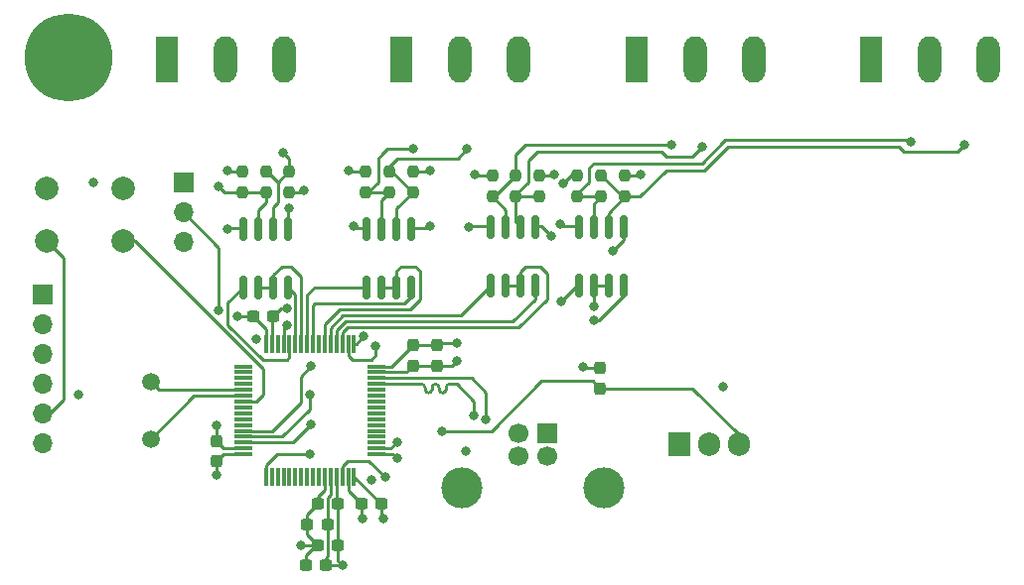
<source format=gtl>
G04 #@! TF.GenerationSoftware,KiCad,Pcbnew,(6.0.1)*
G04 #@! TF.CreationDate,2022-08-11T12:27:20+02:00*
G04 #@! TF.ProjectId,DMX,444d582e-6b69-4636-9164-5f7063625858,rev?*
G04 #@! TF.SameCoordinates,Original*
G04 #@! TF.FileFunction,Copper,L1,Top*
G04 #@! TF.FilePolarity,Positive*
%FSLAX46Y46*%
G04 Gerber Fmt 4.6, Leading zero omitted, Abs format (unit mm)*
G04 Created by KiCad (PCBNEW (6.0.1)) date 2022-08-11 12:27:20*
%MOMM*%
%LPD*%
G01*
G04 APERTURE LIST*
G04 Aperture macros list*
%AMRoundRect*
0 Rectangle with rounded corners*
0 $1 Rounding radius*
0 $2 $3 $4 $5 $6 $7 $8 $9 X,Y pos of 4 corners*
0 Add a 4 corners polygon primitive as box body*
4,1,4,$2,$3,$4,$5,$6,$7,$8,$9,$2,$3,0*
0 Add four circle primitives for the rounded corners*
1,1,$1+$1,$2,$3*
1,1,$1+$1,$4,$5*
1,1,$1+$1,$6,$7*
1,1,$1+$1,$8,$9*
0 Add four rect primitives between the rounded corners*
20,1,$1+$1,$2,$3,$4,$5,0*
20,1,$1+$1,$4,$5,$6,$7,0*
20,1,$1+$1,$6,$7,$8,$9,0*
20,1,$1+$1,$8,$9,$2,$3,0*%
G04 Aperture macros list end*
G04 #@! TA.AperFunction,SMDPad,CuDef*
%ADD10RoundRect,0.237500X-0.237500X0.250000X-0.237500X-0.250000X0.237500X-0.250000X0.237500X0.250000X0*%
G04 #@! TD*
G04 #@! TA.AperFunction,SMDPad,CuDef*
%ADD11RoundRect,0.237500X0.237500X-0.250000X0.237500X0.250000X-0.237500X0.250000X-0.237500X-0.250000X0*%
G04 #@! TD*
G04 #@! TA.AperFunction,ComponentPad*
%ADD12R,1.980000X3.960000*%
G04 #@! TD*
G04 #@! TA.AperFunction,ComponentPad*
%ADD13O,1.980000X3.960000*%
G04 #@! TD*
G04 #@! TA.AperFunction,SMDPad,CuDef*
%ADD14RoundRect,0.237500X0.237500X-0.300000X0.237500X0.300000X-0.237500X0.300000X-0.237500X-0.300000X0*%
G04 #@! TD*
G04 #@! TA.AperFunction,SMDPad,CuDef*
%ADD15RoundRect,0.237500X-0.300000X-0.237500X0.300000X-0.237500X0.300000X0.237500X-0.300000X0.237500X0*%
G04 #@! TD*
G04 #@! TA.AperFunction,ComponentPad*
%ADD16R,1.700000X1.700000*%
G04 #@! TD*
G04 #@! TA.AperFunction,ComponentPad*
%ADD17O,1.700000X1.700000*%
G04 #@! TD*
G04 #@! TA.AperFunction,ComponentPad*
%ADD18C,1.700000*%
G04 #@! TD*
G04 #@! TA.AperFunction,ComponentPad*
%ADD19C,3.500000*%
G04 #@! TD*
G04 #@! TA.AperFunction,ComponentPad*
%ADD20C,2.000000*%
G04 #@! TD*
G04 #@! TA.AperFunction,SMDPad,CuDef*
%ADD21RoundRect,0.237500X0.300000X0.237500X-0.300000X0.237500X-0.300000X-0.237500X0.300000X-0.237500X0*%
G04 #@! TD*
G04 #@! TA.AperFunction,SMDPad,CuDef*
%ADD22RoundRect,0.150000X0.150000X-0.825000X0.150000X0.825000X-0.150000X0.825000X-0.150000X-0.825000X0*%
G04 #@! TD*
G04 #@! TA.AperFunction,SMDPad,CuDef*
%ADD23RoundRect,0.075000X-0.700000X-0.075000X0.700000X-0.075000X0.700000X0.075000X-0.700000X0.075000X0*%
G04 #@! TD*
G04 #@! TA.AperFunction,SMDPad,CuDef*
%ADD24RoundRect,0.075000X-0.075000X-0.700000X0.075000X-0.700000X0.075000X0.700000X-0.075000X0.700000X0*%
G04 #@! TD*
G04 #@! TA.AperFunction,ComponentPad*
%ADD25C,1.500000*%
G04 #@! TD*
G04 #@! TA.AperFunction,SMDPad,CuDef*
%ADD26RoundRect,0.237500X-0.237500X0.300000X-0.237500X-0.300000X0.237500X-0.300000X0.237500X0.300000X0*%
G04 #@! TD*
G04 #@! TA.AperFunction,ComponentPad*
%ADD27R,1.905000X2.000000*%
G04 #@! TD*
G04 #@! TA.AperFunction,ComponentPad*
%ADD28O,1.905000X2.000000*%
G04 #@! TD*
G04 #@! TA.AperFunction,ComponentPad*
%ADD29C,7.500000*%
G04 #@! TD*
G04 #@! TA.AperFunction,ViaPad*
%ADD30C,0.800000*%
G04 #@! TD*
G04 #@! TA.AperFunction,Conductor*
%ADD31C,0.250000*%
G04 #@! TD*
G04 APERTURE END LIST*
D10*
X74550000Y-92437500D03*
X74550000Y-94262500D03*
D11*
X61750000Y-93912500D03*
X61750000Y-92087500D03*
D12*
X104800000Y-82500000D03*
D13*
X109800000Y-82500000D03*
X114800000Y-82500000D03*
D12*
X84800000Y-82500000D03*
D13*
X89800000Y-82500000D03*
X94800000Y-82500000D03*
D12*
X64800000Y-82500000D03*
D13*
X69800000Y-82500000D03*
X74800000Y-82500000D03*
D14*
X65750000Y-108662500D03*
X65750000Y-106937500D03*
D15*
X57637500Y-120500000D03*
X59362500Y-120500000D03*
D11*
X65750000Y-93912500D03*
X65750000Y-92087500D03*
D16*
X34200000Y-102650000D03*
D17*
X34200000Y-105190000D03*
X34200000Y-107730000D03*
X34200000Y-110270000D03*
X34200000Y-112810000D03*
X34200000Y-115350000D03*
D12*
X44800000Y-82500000D03*
D13*
X49800000Y-82500000D03*
X54800000Y-82500000D03*
D14*
X67800000Y-108662500D03*
X67800000Y-106937500D03*
D16*
X77250000Y-114422500D03*
D18*
X74750000Y-114422500D03*
X74750000Y-116422500D03*
X77250000Y-116422500D03*
D19*
X82020000Y-119132500D03*
X69980000Y-119132500D03*
D11*
X81800000Y-94262500D03*
X81800000Y-92437500D03*
D20*
X34550000Y-93550000D03*
X41050000Y-93550000D03*
X34550000Y-98050000D03*
X41050000Y-98050000D03*
D21*
X53862500Y-104500000D03*
X52137500Y-104500000D03*
D14*
X81750000Y-110612500D03*
X81750000Y-108887500D03*
D22*
X72395000Y-101825000D03*
X73665000Y-101825000D03*
X74935000Y-101825000D03*
X76205000Y-101825000D03*
X76205000Y-96875000D03*
X74935000Y-96875000D03*
X73665000Y-96875000D03*
X72395000Y-96875000D03*
D23*
X51325000Y-108750000D03*
X51325000Y-109250000D03*
X51325000Y-109750000D03*
X51325000Y-110250000D03*
X51325000Y-110750000D03*
X51325000Y-111250000D03*
X51325000Y-111750000D03*
X51325000Y-112250000D03*
X51325000Y-112750000D03*
X51325000Y-113250000D03*
X51325000Y-113750000D03*
X51325000Y-114250000D03*
X51325000Y-114750000D03*
X51325000Y-115250000D03*
X51325000Y-115750000D03*
X51325000Y-116250000D03*
D24*
X53250000Y-118175000D03*
X53750000Y-118175000D03*
X54250000Y-118175000D03*
X54750000Y-118175000D03*
X55250000Y-118175000D03*
X55750000Y-118175000D03*
X56250000Y-118175000D03*
X56750000Y-118175000D03*
X57250000Y-118175000D03*
X57750000Y-118175000D03*
X58250000Y-118175000D03*
X58750000Y-118175000D03*
X59250000Y-118175000D03*
X59750000Y-118175000D03*
X60250000Y-118175000D03*
X60750000Y-118175000D03*
D23*
X62675000Y-116250000D03*
X62675000Y-115750000D03*
X62675000Y-115250000D03*
X62675000Y-114750000D03*
X62675000Y-114250000D03*
X62675000Y-113750000D03*
X62675000Y-113250000D03*
X62675000Y-112750000D03*
X62675000Y-112250000D03*
X62675000Y-111750000D03*
X62675000Y-111250000D03*
X62675000Y-110750000D03*
X62675000Y-110250000D03*
X62675000Y-109750000D03*
X62675000Y-109250000D03*
X62675000Y-108750000D03*
D24*
X60750000Y-106825000D03*
X60250000Y-106825000D03*
X59750000Y-106825000D03*
X59250000Y-106825000D03*
X58750000Y-106825000D03*
X58250000Y-106825000D03*
X57750000Y-106825000D03*
X57250000Y-106825000D03*
X56750000Y-106825000D03*
X56250000Y-106825000D03*
X55750000Y-106825000D03*
X55250000Y-106825000D03*
X54750000Y-106825000D03*
X54250000Y-106825000D03*
X53750000Y-106825000D03*
X53250000Y-106825000D03*
D15*
X61387500Y-120500000D03*
X63112500Y-120500000D03*
D10*
X55250000Y-92087500D03*
X55250000Y-93912500D03*
D21*
X58499266Y-122230094D03*
X56774266Y-122230094D03*
D11*
X63750000Y-93912500D03*
X63750000Y-92087500D03*
D21*
X58362500Y-125750000D03*
X56637500Y-125750000D03*
D11*
X79800000Y-94262500D03*
X79800000Y-92437500D03*
D22*
X61845000Y-101975000D03*
X63115000Y-101975000D03*
X64385000Y-101975000D03*
X65655000Y-101975000D03*
X65655000Y-97025000D03*
X64385000Y-97025000D03*
X63115000Y-97025000D03*
X61845000Y-97025000D03*
D25*
X43400000Y-110050000D03*
X43400000Y-114950000D03*
D10*
X83800000Y-92437500D03*
X83800000Y-94262500D03*
D11*
X72550000Y-94262500D03*
X72550000Y-92437500D03*
X51250000Y-93912500D03*
X51250000Y-92087500D03*
D26*
X49000000Y-115137500D03*
X49000000Y-116862500D03*
D15*
X57637500Y-124000000D03*
X59362500Y-124000000D03*
D10*
X76550000Y-92437500D03*
X76550000Y-94262500D03*
D22*
X79895000Y-101825000D03*
X81165000Y-101825000D03*
X82435000Y-101825000D03*
X83705000Y-101825000D03*
X83705000Y-96875000D03*
X82435000Y-96875000D03*
X81165000Y-96875000D03*
X79895000Y-96875000D03*
X51345000Y-101975000D03*
X52615000Y-101975000D03*
X53885000Y-101975000D03*
X55155000Y-101975000D03*
X55155000Y-97025000D03*
X53885000Y-97025000D03*
X52615000Y-97025000D03*
X51345000Y-97025000D03*
D11*
X53250000Y-93912500D03*
X53250000Y-92087500D03*
D27*
X88460000Y-115430000D03*
D28*
X91000000Y-115430000D03*
X93540000Y-115430000D03*
D16*
X46200000Y-93075000D03*
D17*
X46200000Y-95615000D03*
X46200000Y-98155000D03*
D29*
X36400000Y-82400000D03*
D30*
X68250000Y-114250000D03*
X69500000Y-108250000D03*
X70250000Y-116000000D03*
X60250000Y-92000000D03*
X62200000Y-118400000D03*
X82800000Y-98850000D03*
X92250000Y-110475000D03*
X56250000Y-124000000D03*
X61500000Y-121750000D03*
X77550000Y-97600000D03*
X80250000Y-108750000D03*
X37300000Y-111125000D03*
X50000000Y-92000000D03*
X78550000Y-93100000D03*
X67250000Y-96750000D03*
X55000000Y-103800000D03*
X55250000Y-95250000D03*
X71050000Y-92350000D03*
X49000000Y-113750000D03*
X62600000Y-107000000D03*
X78300000Y-96600000D03*
X56500000Y-93750000D03*
X60750000Y-96750000D03*
X38550000Y-93050000D03*
X49000000Y-118000000D03*
X70550000Y-96850000D03*
X77800000Y-92350000D03*
X85200000Y-92400000D03*
X50000000Y-97000000D03*
X52400000Y-106400000D03*
X50800000Y-104500000D03*
X69500000Y-106750000D03*
X67250000Y-92000000D03*
X63250000Y-121750000D03*
X59750000Y-125750000D03*
X90400000Y-90000000D03*
X87800000Y-89800000D03*
X112800000Y-89800000D03*
X108200000Y-89600000D03*
X54700000Y-90500000D03*
X49200000Y-93400000D03*
X70400000Y-90200000D03*
X65800000Y-90200000D03*
X61600000Y-106200000D03*
X55000000Y-105200000D03*
X49186759Y-104000000D03*
X72000000Y-113250000D03*
X70989613Y-112933071D03*
X63400000Y-118200000D03*
X81200000Y-104800000D03*
X64400000Y-116600000D03*
X78400000Y-103200000D03*
X64400000Y-115200000D03*
X81200000Y-103600000D03*
X57100000Y-108700000D03*
X57000000Y-111200000D03*
X57100000Y-113700000D03*
X57000000Y-116200000D03*
D31*
X76750000Y-110000000D02*
X81137500Y-110000000D01*
X93540000Y-114540000D02*
X93540000Y-115430000D01*
X72500000Y-114250000D02*
X76750000Y-110000000D01*
X81137500Y-110000000D02*
X81750000Y-110612500D01*
X68250000Y-114250000D02*
X72500000Y-114250000D01*
X89612500Y-110612500D02*
X93540000Y-114540000D01*
X81750000Y-110612500D02*
X89612500Y-110612500D01*
X67800000Y-108662500D02*
X69087500Y-108662500D01*
X65750000Y-108662500D02*
X67800000Y-108662500D01*
X55155000Y-96925000D02*
X55155000Y-95345000D01*
X55155000Y-95345000D02*
X55250000Y-95250000D01*
X71050000Y-92350000D02*
X71137500Y-92437500D01*
X71137500Y-92437500D02*
X72550000Y-92437500D01*
X54562500Y-103800000D02*
X53862500Y-104500000D01*
X57637500Y-124000000D02*
X56250000Y-124000000D01*
X60337500Y-92087500D02*
X60250000Y-92000000D01*
X57637500Y-119862500D02*
X57637500Y-120500000D01*
X56774266Y-123136766D02*
X57637500Y-124000000D01*
X79800000Y-92437500D02*
X79212500Y-92437500D01*
X49000000Y-115137500D02*
X49000000Y-113750000D01*
X61387500Y-121637500D02*
X61500000Y-121750000D01*
X65655000Y-96925000D02*
X67075000Y-96925000D01*
X57637500Y-124000000D02*
X57500000Y-124000000D01*
X51250000Y-92087500D02*
X50087500Y-92087500D01*
X53750000Y-106825000D02*
X53750000Y-104612500D01*
X58250000Y-118175000D02*
X58250000Y-119250000D01*
X56774266Y-121363234D02*
X57637500Y-120500000D01*
X60250000Y-118175000D02*
X60250000Y-119362500D01*
X83705000Y-97945000D02*
X83705000Y-96775000D01*
X60250000Y-119362500D02*
X61387500Y-120500000D01*
X51325000Y-115750000D02*
X49612500Y-115750000D01*
X56774266Y-122230094D02*
X56774266Y-121363234D01*
X55000000Y-103800000D02*
X54562500Y-103800000D01*
X67075000Y-96925000D02*
X67250000Y-96750000D01*
X76725000Y-96775000D02*
X77550000Y-97600000D01*
X81750000Y-108887500D02*
X80387500Y-108887500D01*
X62675000Y-109250000D02*
X65162500Y-109250000D01*
X69087500Y-108662500D02*
X69500000Y-108250000D01*
X65162500Y-109250000D02*
X65750000Y-108662500D01*
X76205000Y-96775000D02*
X76725000Y-96775000D01*
X53750000Y-104612500D02*
X53862500Y-104500000D01*
X56774266Y-122230094D02*
X56774266Y-123136766D01*
X79212500Y-92437500D02*
X78550000Y-93100000D01*
X58250000Y-119250000D02*
X57637500Y-119862500D01*
X80387500Y-108887500D02*
X80250000Y-108750000D01*
X49612500Y-115750000D02*
X49000000Y-115137500D01*
X56637500Y-124862500D02*
X56637500Y-125750000D01*
X82800000Y-98850000D02*
X83705000Y-97945000D01*
X50087500Y-92087500D02*
X50000000Y-92000000D01*
X61387500Y-120500000D02*
X61387500Y-121637500D01*
X61750000Y-92087500D02*
X60337500Y-92087500D01*
X57500000Y-124000000D02*
X56637500Y-124862500D01*
X34550000Y-98050000D02*
X36000000Y-99500000D01*
X36000000Y-99500000D02*
X36000000Y-111600000D01*
X42050000Y-98050000D02*
X41050000Y-98050000D01*
X34790000Y-112810000D02*
X34200000Y-112810000D01*
X36000000Y-111600000D02*
X34790000Y-112810000D01*
X53000000Y-109000000D02*
X42050000Y-98050000D01*
X53000000Y-111200000D02*
X53000000Y-109000000D01*
X51325000Y-111750000D02*
X52450000Y-111750000D01*
X52450000Y-111750000D02*
X53000000Y-111200000D01*
X62600000Y-107800000D02*
X62200000Y-108200000D01*
X60250000Y-107850000D02*
X60250000Y-106825000D01*
X60600000Y-108200000D02*
X60250000Y-107850000D01*
X62600000Y-107000000D02*
X62600000Y-107800000D01*
X62200000Y-108200000D02*
X60600000Y-108200000D01*
X43400000Y-110050000D02*
X44100000Y-110750000D01*
X44100000Y-110750000D02*
X51325000Y-110750000D01*
X47100000Y-111250000D02*
X43400000Y-114950000D01*
X51325000Y-111250000D02*
X47100000Y-111250000D01*
X65750000Y-106937500D02*
X67800000Y-106937500D01*
X51325000Y-116250000D02*
X49612500Y-116250000D01*
X53250000Y-105612500D02*
X52137500Y-104500000D01*
X50075000Y-96925000D02*
X50000000Y-97000000D01*
X78475000Y-96775000D02*
X78300000Y-96600000D01*
X56337500Y-93912500D02*
X56500000Y-93750000D01*
X53250000Y-106825000D02*
X53250000Y-105612500D01*
X72395000Y-96775000D02*
X70625000Y-96775000D01*
X52137500Y-104500000D02*
X50800000Y-104500000D01*
X76550000Y-92437500D02*
X77712500Y-92437500D01*
X63112500Y-121612500D02*
X63250000Y-121750000D01*
X63112500Y-120500000D02*
X63112500Y-121612500D01*
X59362500Y-124000000D02*
X59362500Y-125362500D01*
X49000000Y-116862500D02*
X49000000Y-118000000D01*
X63937500Y-108750000D02*
X65750000Y-106937500D01*
X79895000Y-96775000D02*
X78475000Y-96775000D01*
X85162500Y-92437500D02*
X85200000Y-92400000D01*
X60925000Y-96925000D02*
X60750000Y-96750000D01*
X58362500Y-125750000D02*
X59750000Y-125750000D01*
X49612500Y-116250000D02*
X49000000Y-116862500D01*
X55250000Y-93912500D02*
X56337500Y-93912500D01*
X59250000Y-118175000D02*
X59250000Y-120387500D01*
X58500000Y-120000000D02*
X58500000Y-122229360D01*
X51345000Y-96925000D02*
X50075000Y-96925000D01*
X58500000Y-122229360D02*
X58499266Y-122230094D01*
X63075000Y-120500000D02*
X63112500Y-120500000D01*
X58362500Y-125137500D02*
X58500000Y-125000000D01*
X60750000Y-118175000D02*
X63075000Y-120500000D01*
X58362500Y-125750000D02*
X58362500Y-125137500D01*
X70625000Y-96775000D02*
X70550000Y-96850000D01*
X67800000Y-106937500D02*
X67987500Y-106750000D01*
X58500000Y-125000000D02*
X58500000Y-122230828D01*
X67987500Y-106750000D02*
X69500000Y-106750000D01*
X58750000Y-119750000D02*
X58500000Y-120000000D01*
X65750000Y-92087500D02*
X67162500Y-92087500D01*
X58500000Y-122230828D02*
X58499266Y-122230094D01*
X62675000Y-108750000D02*
X63937500Y-108750000D01*
X59362500Y-125362500D02*
X59750000Y-125750000D01*
X67162500Y-92087500D02*
X67250000Y-92000000D01*
X83800000Y-92437500D02*
X85162500Y-92437500D01*
X59250000Y-120387500D02*
X59362500Y-120500000D01*
X61845000Y-96925000D02*
X60925000Y-96925000D01*
X77712500Y-92437500D02*
X77800000Y-92350000D01*
X58750000Y-118175000D02*
X58750000Y-119750000D01*
X59362500Y-124000000D02*
X59362500Y-120500000D01*
X74550000Y-96390000D02*
X74935000Y-96775000D01*
X75600000Y-91600000D02*
X75600000Y-91200000D01*
X87400000Y-90800000D02*
X88200000Y-90800000D01*
X87000000Y-90400000D02*
X87400000Y-90800000D01*
X75600000Y-91200000D02*
X76400000Y-90400000D01*
X74550000Y-94262500D02*
X74550000Y-96390000D01*
X74550000Y-94262500D02*
X74550000Y-94250000D01*
X88200000Y-90800000D02*
X89600000Y-90800000D01*
X75600000Y-93000000D02*
X75600000Y-91600000D01*
X74550000Y-94050000D02*
X75600000Y-93000000D01*
X74550000Y-94250000D02*
X74550000Y-94050000D01*
X76550000Y-94262500D02*
X74550000Y-94262500D01*
X76400000Y-90400000D02*
X86800000Y-90400000D01*
X86800000Y-90400000D02*
X87000000Y-90400000D01*
X89600000Y-90800000D02*
X90400000Y-90000000D01*
X74550000Y-90650000D02*
X75400000Y-89800000D01*
X74550000Y-92437500D02*
X74550000Y-90650000D01*
X72725000Y-94262500D02*
X74550000Y-92437500D01*
X73665000Y-96775000D02*
X73665000Y-95377500D01*
X73665000Y-95377500D02*
X72550000Y-94262500D01*
X72550000Y-94262500D02*
X72725000Y-94262500D01*
X75400000Y-89800000D02*
X87800000Y-89800000D01*
X112200000Y-90400000D02*
X107600000Y-90400000D01*
X83625000Y-94262500D02*
X81800000Y-92437500D01*
X92600000Y-90000000D02*
X90600000Y-92000000D01*
X82435000Y-95627500D02*
X83800000Y-94262500D01*
X87400000Y-92000000D02*
X85137500Y-94262500D01*
X107200000Y-90000000D02*
X92600000Y-90000000D01*
X107600000Y-90400000D02*
X107200000Y-90000000D01*
X83800000Y-94262500D02*
X83625000Y-94262500D01*
X82435000Y-96775000D02*
X82435000Y-95627500D01*
X85137500Y-94262500D02*
X83800000Y-94262500D01*
X112800000Y-89800000D02*
X112200000Y-90400000D01*
X90600000Y-92000000D02*
X87400000Y-92000000D01*
X79800000Y-94000000D02*
X80800000Y-93000000D01*
X81165000Y-94897500D02*
X81800000Y-94262500D01*
X80800000Y-92000000D02*
X80800000Y-91800000D01*
X79800000Y-94262500D02*
X79800000Y-94000000D01*
X80800000Y-91800000D02*
X81200000Y-91400000D01*
X108000000Y-89400000D02*
X108200000Y-89600000D01*
X92400000Y-89400000D02*
X108000000Y-89400000D01*
X90400000Y-91400000D02*
X92200000Y-89600000D01*
X80800000Y-93000000D02*
X80800000Y-92000000D01*
X81165000Y-96775000D02*
X81165000Y-94897500D01*
X81800000Y-94262500D02*
X79800000Y-94262500D01*
X81200000Y-91400000D02*
X88000000Y-91400000D01*
X88000000Y-91400000D02*
X90400000Y-91400000D01*
X92200000Y-89600000D02*
X92400000Y-89400000D01*
X53337500Y-92087500D02*
X53250000Y-92087500D01*
X54250000Y-93000000D02*
X55162500Y-92087500D01*
X53885000Y-95115000D02*
X54250000Y-94750000D01*
X55250000Y-91050000D02*
X54700000Y-90500000D01*
X53885000Y-96925000D02*
X53885000Y-95115000D01*
X55250000Y-92087500D02*
X55250000Y-91050000D01*
X54250000Y-93000000D02*
X53337500Y-92087500D01*
X55162500Y-92087500D02*
X55250000Y-92087500D01*
X54250000Y-94750000D02*
X54250000Y-93000000D01*
X51250000Y-93912500D02*
X49712500Y-93912500D01*
X52615000Y-96925000D02*
X52615000Y-95385000D01*
X49712500Y-93912500D02*
X49200000Y-93400000D01*
X53250000Y-94750000D02*
X53250000Y-93912500D01*
X52615000Y-95385000D02*
X53250000Y-94750000D01*
X51250000Y-93912500D02*
X53250000Y-93912500D01*
X68400000Y-91000000D02*
X69600000Y-91000000D01*
X64385000Y-96925000D02*
X64385000Y-95277500D01*
X63750000Y-91650000D02*
X64400000Y-91000000D01*
X64400000Y-91000000D02*
X68400000Y-91000000D01*
X63925000Y-92087500D02*
X65750000Y-93912500D01*
X63750000Y-92087500D02*
X63925000Y-92087500D01*
X63750000Y-92087500D02*
X63750000Y-91650000D01*
X64385000Y-95277500D02*
X65750000Y-93912500D01*
X69600000Y-91000000D02*
X70400000Y-90200000D01*
X62800000Y-91000000D02*
X63200000Y-90600000D01*
X61887500Y-93912500D02*
X62800000Y-93000000D01*
X61750000Y-93912500D02*
X61887500Y-93912500D01*
X63200000Y-90600000D02*
X63600000Y-90200000D01*
X63115000Y-96925000D02*
X63115000Y-94547500D01*
X63115000Y-94547500D02*
X63750000Y-93912500D01*
X63600000Y-90200000D02*
X65800000Y-90200000D01*
X62800000Y-93000000D02*
X62800000Y-91000000D01*
X61750000Y-93912500D02*
X63750000Y-93912500D01*
X61600000Y-106200000D02*
X60975000Y-106825000D01*
X60975000Y-106825000D02*
X60750000Y-106825000D01*
X49186759Y-98601759D02*
X46200000Y-95615000D01*
X49186759Y-104000000D02*
X49186759Y-98601759D01*
X54750000Y-105450000D02*
X54750000Y-106825000D01*
X55000000Y-105200000D02*
X54750000Y-105450000D01*
X72000000Y-111000000D02*
X72000000Y-113250000D01*
X70750000Y-109750000D02*
X72000000Y-111000000D01*
X62675000Y-109750000D02*
X70750000Y-109750000D01*
X70989613Y-112933071D02*
X70989613Y-111739613D01*
X66500000Y-110250000D02*
X62675000Y-110250000D01*
X68600000Y-110550000D02*
X68600000Y-110714732D01*
X70989613Y-111739613D02*
X69500000Y-110250000D01*
X69500000Y-110250000D02*
X68900000Y-110250000D01*
X66800000Y-110714732D02*
X66800000Y-110550000D01*
X68000000Y-110714732D02*
X68000000Y-110550000D01*
X67400000Y-110550000D02*
X67400000Y-110714732D01*
X68000000Y-110714732D02*
G75*
G03*
X68300000Y-111014732I300000J0D01*
G01*
X67700000Y-110250000D02*
G75*
G02*
X68000000Y-110550000I0J-300000D01*
G01*
X68300000Y-111014732D02*
G75*
G03*
X68600000Y-110714732I0J300000D01*
G01*
X66500000Y-110250000D02*
G75*
G02*
X66800000Y-110550000I0J-300000D01*
G01*
X68600000Y-110550000D02*
G75*
G02*
X68900000Y-110250000I300000J0D01*
G01*
X66800000Y-110714732D02*
G75*
G03*
X67100000Y-111014732I300000J0D01*
G01*
X67100000Y-111014732D02*
G75*
G03*
X67400000Y-110714732I0J300000D01*
G01*
X67400000Y-110550000D02*
G75*
G02*
X67700000Y-110250000I300000J0D01*
G01*
X83705000Y-101825000D02*
X83705000Y-102695000D01*
X83705000Y-102695000D02*
X81600000Y-104800000D01*
X62000000Y-116800000D02*
X60200000Y-116800000D01*
X63400000Y-118200000D02*
X62000000Y-116800000D01*
X59750000Y-117250000D02*
X59750000Y-118175000D01*
X60200000Y-116800000D02*
X59750000Y-117250000D01*
X81600000Y-104800000D02*
X81200000Y-104800000D01*
X62675000Y-116250000D02*
X64050000Y-116250000D01*
X79775000Y-101825000D02*
X79895000Y-101825000D01*
X64050000Y-116250000D02*
X64400000Y-116600000D01*
X78400000Y-103200000D02*
X79775000Y-101825000D01*
X81200000Y-101860000D02*
X81165000Y-101825000D01*
X62675000Y-115750000D02*
X63850000Y-115750000D01*
X81165000Y-101825000D02*
X82435000Y-101825000D01*
X81200000Y-103600000D02*
X81200000Y-101860000D01*
X63850000Y-115750000D02*
X64400000Y-115200000D01*
X57250000Y-106825000D02*
X57250000Y-103550000D01*
X65655000Y-102745000D02*
X65655000Y-101975000D01*
X57400000Y-103400000D02*
X65000000Y-103400000D01*
X65000000Y-103400000D02*
X65655000Y-102745000D01*
X57250000Y-103550000D02*
X57400000Y-103400000D01*
X56750000Y-106825000D02*
X56750000Y-102650000D01*
X56750000Y-102650000D02*
X57425000Y-101975000D01*
X57425000Y-101975000D02*
X61845000Y-101975000D01*
X63115000Y-101975000D02*
X64385000Y-101975000D01*
X64800000Y-100200000D02*
X64385000Y-100615000D01*
X58250000Y-106825000D02*
X58250000Y-105150000D01*
X58250000Y-105150000D02*
X59500000Y-103900000D01*
X59500000Y-103900000D02*
X65500000Y-103900000D01*
X66400000Y-103000000D02*
X66400000Y-100600000D01*
X65500000Y-103900000D02*
X66400000Y-103000000D01*
X66000000Y-100200000D02*
X64800000Y-100200000D01*
X64385000Y-100615000D02*
X64385000Y-101975000D01*
X66400000Y-100600000D02*
X66000000Y-100200000D01*
X60000000Y-104900000D02*
X74300000Y-104900000D01*
X59250000Y-106825000D02*
X59250000Y-105650000D01*
X76205000Y-102995000D02*
X76205000Y-101825000D01*
X59250000Y-105650000D02*
X60000000Y-104900000D01*
X74300000Y-104900000D02*
X76205000Y-102995000D01*
X58750000Y-105450000D02*
X59800000Y-104400000D01*
X69820000Y-104400000D02*
X72395000Y-101825000D01*
X59800000Y-104400000D02*
X69820000Y-104400000D01*
X58750000Y-106825000D02*
X58750000Y-105450000D01*
X56250000Y-106825000D02*
X56250000Y-101050000D01*
X53885000Y-100915000D02*
X53885000Y-101975000D01*
X54600000Y-100200000D02*
X53885000Y-100915000D01*
X52615000Y-101975000D02*
X53885000Y-101975000D01*
X55400000Y-100200000D02*
X54600000Y-100200000D01*
X56250000Y-101050000D02*
X55400000Y-100200000D01*
X55750000Y-102570000D02*
X55750000Y-106825000D01*
X55155000Y-101975000D02*
X55750000Y-102570000D01*
X50000000Y-103320000D02*
X50000000Y-105200000D01*
X55250000Y-107950000D02*
X55250000Y-106825000D01*
X51345000Y-101975000D02*
X50000000Y-103320000D01*
X53000000Y-108200000D02*
X55000000Y-108200000D01*
X50000000Y-105200000D02*
X53000000Y-108200000D01*
X55000000Y-108200000D02*
X55250000Y-107950000D01*
X74935000Y-101825000D02*
X74935000Y-100665000D01*
X74935000Y-100665000D02*
X75400000Y-100200000D01*
X60200000Y-105400000D02*
X74800000Y-105400000D01*
X59750000Y-105850000D02*
X60200000Y-105400000D01*
X77200000Y-103000000D02*
X74800000Y-105400000D01*
X76600000Y-100200000D02*
X77200000Y-100800000D01*
X59750000Y-106825000D02*
X59750000Y-105850000D01*
X77200000Y-100800000D02*
X77200000Y-103000000D01*
X75400000Y-100200000D02*
X76600000Y-100200000D01*
X73665000Y-101825000D02*
X74935000Y-101825000D01*
X56200000Y-109600000D02*
X57100000Y-108700000D01*
X53750000Y-114250000D02*
X56200000Y-111800000D01*
X51325000Y-114250000D02*
X53750000Y-114250000D01*
X56200000Y-111800000D02*
X56200000Y-109600000D01*
X57000000Y-112400000D02*
X57000000Y-111200000D01*
X51325000Y-114750000D02*
X54650000Y-114750000D01*
X54650000Y-114750000D02*
X57000000Y-112400000D01*
X51325000Y-115250000D02*
X55550000Y-115250000D01*
X55550000Y-115250000D02*
X57100000Y-113700000D01*
X53250000Y-117150000D02*
X53250000Y-118175000D01*
X57000000Y-116200000D02*
X54200000Y-116200000D01*
X54200000Y-116200000D02*
X53250000Y-117150000D01*
M02*

</source>
